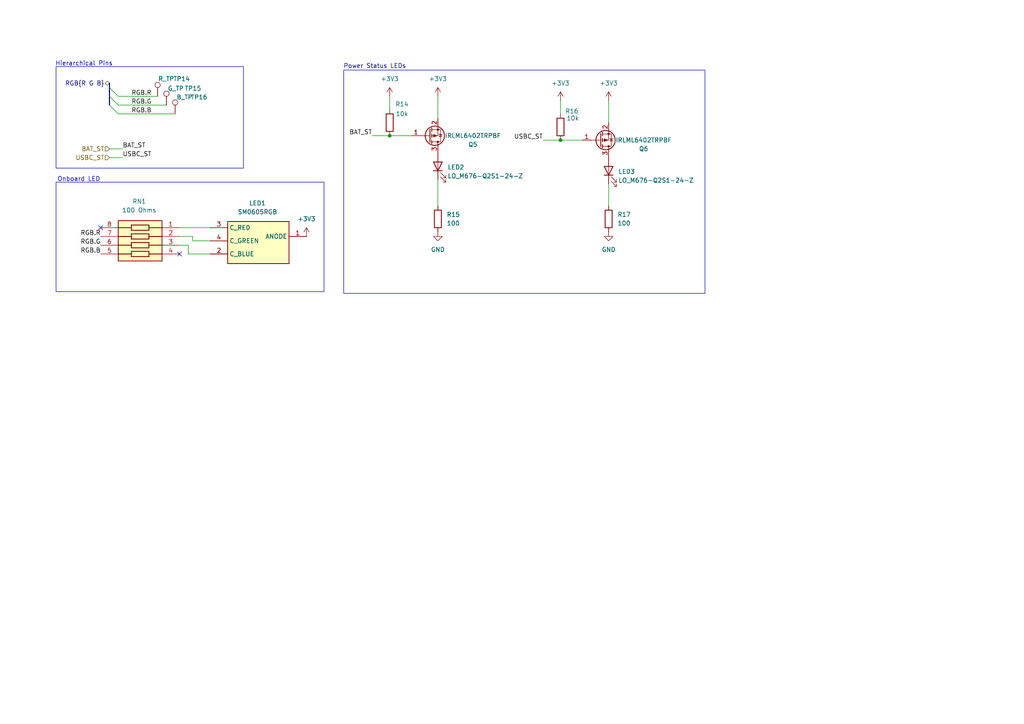
<source format=kicad_sch>
(kicad_sch (version 20250114) (generator "eeschema") (generator_version "9.0")
  (paper "A4")
  (lib_symbols
    (symbol "Connector:TestPoint" (pin_numbers (hide yes)) (pin_names (offset 0.762) (hide yes))
      (property "Reference" "TP" (at 0 6.858 0))
      (property "Value" "TestPoint" (at 0 5.08 0))
      (symbol "TestPoint_0_1"
        (circle (center 0 3.302) (radius 0.762))
      )
      (symbol "TestPoint_1_1"
        (pin passive line (at 0 0 90) (length 2.54) (name "1") (number "1"))
      )
    )
    (symbol "Device:LED" (pin_numbers (hide yes)) (pin_names (offset 1.016) (hide yes))
      (property "Reference" "D" (at 0 2.54 0))
      (property "Value" "LED" (at 0 -2.54 0))
      (symbol "LED_0_1"
        (polyline (pts (xy -3.048 -0.762) (xy -4.572 -2.286) (xy -3.81 -2.286) (xy -4.572 -2.286) (xy -4.572 -1.524)))
        (polyline (pts (xy -1.778 -0.762) (xy -3.302 -2.286) (xy -2.54 -2.286) (xy -3.302 -2.286) (xy -3.302 -1.524)))
        (polyline (pts (xy -1.27 0) (xy 1.27 0)))
        (polyline (pts (xy -1.27 -1.27) (xy -1.27 1.27)) (stroke (width 0.254)))
        (polyline (pts (xy 1.27 -1.27) (xy 1.27 1.27) (xy -1.27 0) (xy 1.27 -1.27)) (stroke (width 0.254)))
      )
      (symbol "LED_1_1"
        (pin passive line (at -3.81 0 0) (length 2.54) (name "K") (number "1"))
        (pin passive line (at 3.81 0 180) (length 2.54) (name "A") (number "2"))
      )
    )
    (symbol "Device:R" (pin_numbers (hide yes)) (pin_names (offset 0))
      (property "Reference" "R" (at 2.032 0 90))
      (property "Value" "R" (at 0 0 90))
      (symbol "R_0_1"
        (rectangle (start -1.016 -2.54) (end 1.016 2.54) (stroke (width 0.254)))
      )
      (symbol "R_1_1"
        (pin passive line (at 0 3.81 270) (length 1.27) (name "~") (number "1"))
        (pin passive line (at 0 -3.81 90) (length 1.27) (name "~") (number "2"))
      )
    )
    (symbol "SamacSys_Parts:EXB-U38101JV" (pin_names (hide yes))
      (property "Reference" "RN" (at 25.908 -2.54 0))
      (property "Value" "EXB-U38101JV" (at 25.908 -5.08 0))
      (symbol "EXB-U38101JV_1_1"
        (rectangle (start 13.208 1.27) (end 24.892 -11.43) (stroke (width 0.254)) (fill (type background)))
        (polyline (pts (xy 14.478 -2.54) (xy 14.478 -7.62)) (stroke (width 0.254)))
        (polyline (pts (xy 14.478 -2.54) (xy 16.002 -2.54)) (stroke (width 0.254)))
        (polyline (pts (xy 15.24 -2.54) (xy 15.24 1.27)) (stroke (width 0.254)))
        (polyline (pts (xy 15.24 -7.62) (xy 15.24 -11.43)) (stroke (width 0.254)))
        (polyline (pts (xy 16.002 -7.62) (xy 14.478 -7.62)) (stroke (width 0.254)))
        (polyline (pts (xy 16.002 -7.62) (xy 16.002 -2.54)) (stroke (width 0.254)))
        (polyline (pts (xy 17.018 -2.54) (xy 17.018 -7.62)) (stroke (width 0.254)))
        (polyline (pts (xy 17.018 -2.54) (xy 18.542 -2.54)) (stroke (width 0.254)))
        (polyline (pts (xy 17.78 -2.54) (xy 17.78 1.27)) (stroke (width 0.254)))
        (polyline (pts (xy 17.78 -7.62) (xy 17.78 -11.43)) (stroke (width 0.254)))
        (polyline (pts (xy 18.542 -7.62) (xy 17.018 -7.62)) (stroke (width 0.254)))
        (polyline (pts (xy 18.542 -7.62) (xy 18.542 -2.54)) (stroke (width 0.254)))
        (polyline (pts (xy 19.558 -2.54) (xy 19.558 -7.62)) (stroke (width 0.254)))
        (polyline (pts (xy 19.558 -2.54) (xy 21.082 -2.54)) (stroke (width 0.254)))
        (polyline (pts (xy 20.32 -2.54) (xy 20.32 1.27)) (stroke (width 0.254)))
        (polyline (pts (xy 20.32 -7.62) (xy 20.32 -11.43)) (stroke (width 0.254)))
        (polyline (pts (xy 21.082 -7.62) (xy 19.558 -7.62)) (stroke (width 0.254)))
        (polyline (pts (xy 21.082 -7.62) (xy 21.082 -2.54)) (stroke (width 0.254)))
        (polyline (pts (xy 22.098 -2.54) (xy 22.098 -7.62)) (stroke (width 0.254)))
        (polyline (pts (xy 22.098 -2.54) (xy 23.622 -2.54)) (stroke (width 0.254)))
        (polyline (pts (xy 22.86 -2.54) (xy 22.86 1.27)) (stroke (width 0.254)))
        (polyline (pts (xy 22.86 -7.62) (xy 22.86 -11.43)) (stroke (width 0.254)))
        (polyline (pts (xy 23.622 -7.62) (xy 22.098 -7.62)) (stroke (width 0.254)))
        (polyline (pts (xy 23.622 -7.62) (xy 23.622 -2.54)) (stroke (width 0.254)))
        (pin passive line (at 15.24 6.35 270) (length 5.08) (name "8") (number "8"))
        (pin passive line (at 15.24 -16.51 90) (length 5.08) (name "1") (number "1"))
        (pin passive line (at 17.78 6.35 270) (length 5.08) (name "7") (number "7"))
        (pin passive line (at 17.78 -16.51 90) (length 5.08) (name "2") (number "2"))
        (pin passive line (at 20.32 6.35 270) (length 5.08) (name "6") (number "6"))
        (pin passive line (at 20.32 -16.51 90) (length 5.08) (name "3") (number "3"))
        (pin passive line (at 22.86 6.35 270) (length 5.08) (name "5") (number "5"))
        (pin passive line (at 22.86 -16.51 90) (length 5.08) (name "4") (number "4"))
      )
    )
    (symbol "SamacSys_Parts:SM0605RGB"
      (property "Reference" "LED" (at 2.794 9.144 0))
      (property "Value" "SM0605RGB" (at 2.794 6.604 0))
      (symbol "SM0605RGB_1_1"
        (rectangle (start 0 -3.302) (end 17.78 -15.494) (stroke (width 0.254)) (fill (type background)))
        (pin passive line (at -5.08 -7.62 0) (length 5.08) (name "ANODE") (number "1"))
        (pin passive line (at 22.86 -5.08 180) (length 5.08) (name "C_RED") (number "3"))
        (pin passive line (at 22.86 -8.89 180) (length 5.08) (name "C_GREEN") (number "4"))
        (pin passive line (at 22.86 -12.7 180) (length 5.08) (name "C_BLUE") (number "2"))
      )
    )
    (symbol "Transistor_FET:IRLML6402" (pin_names (hide yes))
      (property "Reference" "Q" (at 5.08 1.905 0))
      (property "Value" "IRLML6402" (at 5.08 0 0))
      (symbol "IRLML6402_0_1"
        (polyline (pts (xy 0.254 1.905) (xy 0.254 -1.905)) (stroke (width 0.254)))
        (polyline (pts (xy 0.254 0) (xy -2.54 0)))
        (polyline (pts (xy 0.762 2.286) (xy 0.762 1.27)) (stroke (width 0.254)))
        (polyline (pts (xy 0.762 1.778) (xy 3.302 1.778) (xy 3.302 -1.778) (xy 0.762 -1.778)))
        (polyline (pts (xy 0.762 0.508) (xy 0.762 -0.508)) (stroke (width 0.254)))
        (polyline (pts (xy 0.762 -1.27) (xy 0.762 -2.286)) (stroke (width 0.254)))
        (circle (center 1.651 0) (radius 2.794) (stroke (width 0.254)))
        (polyline (pts (xy 2.286 0) (xy 1.27 0.381) (xy 1.27 -0.381) (xy 2.286 0)) (fill (type outline)))
        (polyline (pts (xy 2.54 2.54) (xy 2.54 1.778)))
        (circle (center 2.54 1.778) (radius 0.254) (fill (type outline)))
        (circle (center 2.54 -1.778) (radius 0.254) (fill (type outline)))
        (polyline (pts (xy 2.54 -2.54) (xy 2.54 0) (xy 0.762 0)))
        (polyline (pts (xy 2.794 -0.508) (xy 2.921 -0.381) (xy 3.683 -0.381) (xy 3.81 -0.254)))
        (polyline (pts (xy 3.302 -0.381) (xy 2.921 0.254) (xy 3.683 0.254) (xy 3.302 -0.381)))
      )
      (symbol "IRLML6402_1_1"
        (pin input line (at -5.08 0 0) (length 2.54) (name "G") (number "1"))
        (pin passive line (at 2.54 5.08 270) (length 2.54) (name "D") (number "3"))
        (pin passive line (at 2.54 -5.08 90) (length 2.54) (name "S") (number "2"))
      )
    )
    (symbol "power:+3V3" (power) (pin_numbers (hide yes)) (pin_names (offset 0) (hide yes))
      (property "Value" "+3V3" (at 0 3.556 0))
      (symbol "+3V3_0_1"
        (polyline (pts (xy -0.762 1.27) (xy 0 2.54)))
        (polyline (pts (xy 0 2.54) (xy 0.762 1.27)))
        (polyline (pts (xy 0 0) (xy 0 2.54)))
      )
      (symbol "+3V3_1_1"
        (pin power_in line (at 0 0 90) (length 0) (name "~") (number "1"))
      )
    )
    (symbol "power:GND" (power) (pin_numbers (hide yes)) (pin_names (offset 0) (hide yes))
      (property "Value" "GND" (at 0 -3.81 0))
      (symbol "GND_0_1"
        (polyline (pts (xy 0 0) (xy 0 -1.27) (xy 1.27 -1.27) (xy 0 -2.54) (xy -1.27 -1.27) (xy 0 -1.27)))
      )
      (symbol "GND_1_1"
        (pin power_in line (at 0 0 270) (length 0) (name "~") (number "1"))
      )
    )
  )
  (rectangle (start 16.256 52.832) (end 93.98 84.582))
  (rectangle (start 16.256 19.304) (end 70.612 48.768))
  (rectangle (start 99.695 20.32) (end 204.47 85.09))
  (text "Onboard LED" (at 22.86 52.07 0) (effects (font (size 1.27 1.27))))
  (text "Hierarchical Pins" (at 24.384 18.542 0) (effects (font (size 1.27 1.27))))
  (text "Power Status LEDs" (at 108.712 19.304 0) (effects (font (size 1.27 1.27))))
  (junction (at 113.03 39.37))
  (junction (at 162.56 40.64))
  (no_connect (at 29.21 66.04))
  (no_connect (at 52.07 73.66))
  (bus_entry (at 31.75 25.4) (size 2.54 2.54))
  (bus_entry (at 31.75 27.94) (size 2.54 2.54))
  (bus_entry (at 31.75 30.48) (size 2.54 2.54))
  (wire (pts (xy 31.75 43.18) (xy 35.56 43.18)))
  (wire (pts (xy 34.29 27.94) (xy 45.72 27.94)))
  (wire (pts (xy 60.96 69.85) (xy 55.88 69.85)))
  (wire (pts (xy 176.53 29.21) (xy 176.53 35.56)))
  (wire (pts (xy 113.03 39.37) (xy 119.38 39.37)))
  (wire (pts (xy 113.03 27.94) (xy 113.03 31.75)))
  (wire (pts (xy 34.29 33.02) (xy 50.8 33.02)))
  (wire (pts (xy 162.56 29.21) (xy 162.56 33.02)))
  (bus (pts (xy 31.75 25.4) (xy 31.75 27.94)))
  (wire (pts (xy 127 52.07) (xy 127 59.69)))
  (wire (pts (xy 55.88 69.85) (xy 55.88 68.58)))
  (wire (pts (xy 54.61 73.66) (xy 54.61 71.12)))
  (wire (pts (xy 162.56 40.64) (xy 168.91 40.64)))
  (wire (pts (xy 60.96 66.04) (xy 52.07 66.04)))
  (wire (pts (xy 176.53 53.34) (xy 176.53 59.69)))
  (wire (pts (xy 34.29 30.48) (xy 48.26 30.48)))
  (bus (pts (xy 31.75 24.13) (xy 31.75 25.4)))
  (wire (pts (xy 54.61 71.12) (xy 52.07 71.12)))
  (wire (pts (xy 31.75 45.72) (xy 35.56 45.72)))
  (wire (pts (xy 107.95 39.37) (xy 113.03 39.37)))
  (wire (pts (xy 55.88 68.58) (xy 52.07 68.58)))
  (wire (pts (xy 127 27.94) (xy 127 34.29)))
  (wire (pts (xy 60.96 73.66) (xy 54.61 73.66)))
  (bus (pts (xy 31.75 27.94) (xy 31.75 30.48)))
  (wire (pts (xy 157.48 40.64) (xy 162.56 40.64)))
  (label "USBC_ST" (at 35.56 45.72 0))
  (label "BAT_ST" (at 107.95 39.37 180))
  (label "USBC_ST" (at 157.48 40.64 180))
  (label "RGB.R" (at 38.1 27.94 0))
  (label "RGB.G" (at 38.1 30.48 0))
  (label "RGB.B" (at 29.21 73.66 180))
  (label "BAT_ST" (at 35.56 43.18 0))
  (label "RGB.R" (at 29.21 68.58 180))
  (label "RGB.G" (at 29.21 71.12 180))
  (label "RGB.B" (at 38.1 33.02 0))
  (hierarchical_label "USBC_ST" (shape input) (at 31.75 45.72 180))
  (hierarchical_label "BAT_ST" (shape input) (at 31.75 43.18 180))
  (hierarchical_label "RGB{R G B}" (shape bidirectional) (at 31.75 24.13 180))
  (symbol (lib_id "Connector:TestPoint") (at 45.72 27.94 0) (mirror y) (unit 1)
    (property "Reference" "TP14" (at 55.118 22.86 0) (effects (justify left)))
    (property "Value" "R_TP" (at 50.546 22.86 0) (effects (justify left)))
    (property "Footprint" "SamacSys_Parts:TestPoint_Pad_1.0x1.0mm" (effects (hide yes)))
    (property "Description" "test point" (effects (hide yes)))
  )
  (symbol (lib_id "SamacSys_Parts:SM0605RGB") (at 83.82 60.96 0) (mirror y) (unit 1)
    (property "Reference" "LED1" (at 74.676 58.928 0))
    (property "Value" "SM0605RGB" (at 74.676 61.468 0))
    (property "Footprint" "SamacSys_Parts:SM0605RGB" (effects (hide yes)))
    (property "Datasheet" "https://www.mouser.cn/ProductDetail/Bivar/SM0605RGB?qs=pfd5qewlna4PrJ6da7Zedg%3D%3D&_gl=1*172wkc4*_ga*MTQ5NDIzOTU3Ni4xNzIxODg5NTg2*_ga_15W4STQT4T*MTcyMzUyMjQ4OS4yLjEuMTcyMzUyMjg5Mi41NS4wLjA." (effects (hide yes)))
    (property "Description" "SM0605RGB, Bivar 470 nm, 525 nm, 635 nm 3 RGB LED, 4-Pin 0605 Clear SMD package" (effects (hide yes)))
    (property "Height" "0.6" (effects (hide yes)))
    (property "Mouser Part Number" "749-SM0605TCRGB" (effects (hide yes)))
    (property "Mouser Price/Stock" "https://www.mouser.co.uk/ProductDetail/Bivar/SM0605RGB?qs=pfd5qewlna4PrJ6da7Zedg%3D%3D" (effects (hide yes)))
    (property "Manufacturer_Name" "Bivar" (effects (hide yes)))
    (property "Manufacturer_Part_Number" "SM0605RGB" (effects (hide yes)))
  )
  (symbol (lib_id "Device:R") (at 162.56 36.83 180) (unit 1)
    (property "Reference" "R16" (at 165.862 32.258 0))
    (property "Value" "10k" (at 166.116 34.29 0))
    (property "Footprint" "SamacSys_Parts:RESC2012X60N" (effects (hide yes)))
    (property "Datasheet" "https://componentsearchengine.com/Datasheets/2/ASC0805-10KFT5.pdf" (effects (hide yes)))
    (property "Description" "WELWYN - ASC0805-10KFT5 - RESISTOR, ANTI SULPHUR, 10K, 0.125W, 1%" (effects (hide yes)))
    (property "Manufacturer_Name" "TT Electronics" (effects (hide yes)))
    (property "Manufacturer_Part_Number" "ASC0805-10KFT5" (effects (hide yes)))
    (property "Mouser Part Number" "756-ASC0805-10KFT5" (effects (hide yes)))
    (property "Mouser Price/Stock" "https://www.mouser.co.uk/ProductDetail/Welwyn-Components-TT-Electronics/ASC0805-10KFT5?qs=69TQa8YF5Y7dvxAm%2FqWqSQ%3D%3D" (effects (hide yes)))
    (property "Height" "0.6" (effects (hide yes)))
  )
  (symbol (lib_id "Transistor_FET:IRLML6402") (at 173.99 40.64 0) (mirror x) (unit 1)
    (property "Reference" "Q6" (at 186.69 43.18 0))
    (property "Value" "IRLML6402TRPBF" (at 186.69 40.64 0))
    (property "Footprint" "Package_TO_SOT_SMD:SOT-23" (effects (hide yes)))
    (property "Datasheet" "https://www.infineon.com/dgdl/irlml6402pbf.pdf?fileId=5546d462533600a401535668d5c2263c" (effects (hide yes)))
    (property "Description" "-3.7A Id, -20V Vds, 65mOhm Rds, P-Channel HEXFET Power MOSFET, SOT-23" (effects (hide yes)))
    (property "Height" "1.12" (effects (hide yes)))
    (property "Mouser Part Number" "942-IRLML6402TRPBF" (effects (hide yes)))
    (property "Mouser Price/Stock" "https://www.mouser.co.uk/ProductDetail/Infineon-Technologies/IRLML6402TRPBF?qs=9%252BKlkBgLFf0HuZuONx2Ewg%3D%3D" (effects (hide yes)))
    (property "Manufacturer_Name" "Infineon" (effects (hide yes)))
    (property "Manufacturer_Part_Number" "IRLML6402TRPBF" (effects (hide yes)))
  )
  (symbol (lib_id "power:GND") (at 176.53 67.31 0) (unit 1)
    (property "Reference" "#PWR068" (effects (hide yes)))
    (property "Value" "GND" (at 176.53 72.39 0))
    (property "Description" "Power symbol creates a global label with name \"GND\" , ground" (effects (hide yes)))
  )
  (symbol (lib_id "Device:R") (at 176.53 63.5 0) (unit 1)
    (property "Reference" "R17" (at 179.07 62.2299 0) (effects (justify left)))
    (property "Value" "100" (at 179.07 64.7699 0) (effects (justify left)))
    (property "Footprint" "SamacSys_Parts:RESC1608X55N" (effects (hide yes)))
    (property "Datasheet" "https://componentsearchengine.com//ESR03EZPF1000.pdf" (effects (hide yes)))
    (property "Description" "Thick Film Resistors - SMD 0603 100ohm 1% Anti Surge AEC-Q200" (effects (hide yes)))
    (property "Height" "0.55" (effects (hide yes)))
    (property "Mouser Part Number" "755-ESR03EZPF1000" (effects (hide yes)))
    (property "Mouser Price/Stock" "https://www.mouser.co.uk/ProductDetail/ROHM-Semiconductor/ESR03EZPF1000?qs=493kPxzlxfJdLkJZpX4ByA%3D%3D" (effects (hide yes)))
    (property "Manufacturer_Name" "ROHM Semiconductor" (effects (hide yes)))
    (property "Manufacturer_Part_Number" "ESR03EZPF1000" (effects (hide yes)))
  )
  (symbol (lib_id "power:+3V3") (at 88.9 68.58 0) (mirror y) (unit 1)
    (property "Reference" "#PWR062" (effects (hide yes)))
    (property "Value" "+3V3" (at 88.9 63.5 0))
    (property "Description" "Power symbol creates a global label with name \"+3V3\"" (effects (hide yes)))
  )
  (symbol (lib_id "Device:LED") (at 176.53 49.53 90) (unit 1)
    (property "Reference" "LED3" (at 179.324 49.784 90) (effects (justify right)))
    (property "Value" "LO_M676-Q2S1-24-Z" (at 179.324 52.324 90) (effects (justify right)))
    (property "Footprint" "SamacSys_Parts:LEDM2214X140N" (effects (hide yes)))
    (property "Description" "Light emitting diode" (effects (hide yes)))
    (property "Height" "1.4" (effects (hide yes)))
    (property "Mouser Part Number" "720-LOM676Q2S124Z" (effects (hide yes)))
    (property "Mouser Price/Stock" "https://www.mouser.co.uk/ProductDetail/OSRAM-Opto-Semiconductors/LO-M676-Q2S1-24-Z?qs=nTDll3UaDK6JlNmxoQCpEQ%3D%3D" (effects (hide yes)))
    (property "Manufacturer_Name" "ams OSRAM" (effects (hide yes)))
    (property "Manufacturer_Part_Number" "LO M676-Q2S1-24-Z" (effects (hide yes)))
    (property "Sim.Pins" "1=K 2=A" (effects (hide yes)))
  )
  (symbol (lib_id "Transistor_FET:IRLML6402") (at 124.46 39.37 0) (mirror x) (unit 1)
    (property "Reference" "Q5" (at 137.16 41.91 0))
    (property "Value" "IRLML6402TRPBF" (at 137.16 39.37 0))
    (property "Footprint" "Package_TO_SOT_SMD:SOT-23" (effects (hide yes)))
    (property "Datasheet" "https://www.infineon.com/dgdl/irlml6402pbf.pdf?fileId=5546d462533600a401535668d5c2263c" (effects (hide yes)))
    (property "Description" "-3.7A Id, -20V Vds, 65mOhm Rds, P-Channel HEXFET Power MOSFET, SOT-23" (effects (hide yes)))
    (property "Height" "1.12" (effects (hide yes)))
    (property "Mouser Part Number" "942-IRLML6402TRPBF" (effects (hide yes)))
    (property "Mouser Price/Stock" "https://www.mouser.co.uk/ProductDetail/Infineon-Technologies/IRLML6402TRPBF?qs=9%252BKlkBgLFf0HuZuONx2Ewg%3D%3D" (effects (hide yes)))
    (property "Manufacturer_Name" "Infineon" (effects (hide yes)))
    (property "Manufacturer_Part_Number" "IRLML6402TRPBF" (effects (hide yes)))
  )
  (symbol (lib_id "power:GND") (at 127 67.31 0) (unit 1)
    (property "Reference" "#PWR065" (effects (hide yes)))
    (property "Value" "GND" (at 127 72.39 0))
    (property "Description" "Power symbol creates a global label with name \"GND\" , ground" (effects (hide yes)))
  )
  (symbol (lib_id "Device:LED") (at 127 48.26 90) (unit 1)
    (property "Reference" "LED2" (at 129.794 48.514 90) (effects (justify right)))
    (property "Value" "LO_M676-Q2S1-24-Z" (at 129.794 51.054 90) (effects (justify right)))
    (property "Footprint" "SamacSys_Parts:LEDM2214X140N" (effects (hide yes)))
    (property "Description" "Light emitting diode" (effects (hide yes)))
    (property "Height" "1.4" (effects (hide yes)))
    (property "Mouser Part Number" "720-LOM676Q2S124Z" (effects (hide yes)))
    (property "Mouser Price/Stock" "https://www.mouser.co.uk/ProductDetail/OSRAM-Opto-Semiconductors/LO-M676-Q2S1-24-Z?qs=nTDll3UaDK6JlNmxoQCpEQ%3D%3D" (effects (hide yes)))
    (property "Manufacturer_Name" "ams OSRAM" (effects (hide yes)))
    (property "Manufacturer_Part_Number" "LO M676-Q2S1-24-Z" (effects (hide yes)))
    (property "Sim.Pins" "1=K 2=A" (effects (hide yes)))
  )
  (symbol (lib_id "Device:R") (at 113.03 35.56 180) (unit 1)
    (property "Reference" "R14" (at 116.586 30.226 0))
    (property "Value" "10k" (at 116.586 33.02 0))
    (property "Footprint" "SamacSys_Parts:RESC2012X60N" (effects (hide yes)))
    (property "Datasheet" "https://componentsearchengine.com/Datasheets/2/ASC0805-10KFT5.pdf" (effects (hide yes)))
    (property "Description" "WELWYN - ASC0805-10KFT5 - RESISTOR, ANTI SULPHUR, 10K, 0.125W, 1%" (effects (hide yes)))
    (property "Manufacturer_Name" "TT Electronics" (effects (hide yes)))
    (property "Manufacturer_Part_Number" "ASC0805-10KFT5" (effects (hide yes)))
    (property "Mouser Part Number" "756-ASC0805-10KFT5" (effects (hide yes)))
    (property "Mouser Price/Stock" "https://www.mouser.co.uk/ProductDetail/Welwyn-Components-TT-Electronics/ASC0805-10KFT5?qs=69TQa8YF5Y7dvxAm%2FqWqSQ%3D%3D" (effects (hide yes)))
    (property "Height" "0.6" (effects (hide yes)))
  )
  (symbol (lib_id "power:+3V3") (at 113.03 27.94 0) (unit 1)
    (property "Reference" "#PWR063" (effects (hide yes)))
    (property "Value" "+3V3" (at 113.03 22.86 0))
    (property "Description" "Power symbol creates a global label with name \"+3V3\"" (effects (hide yes)))
  )
  (symbol (lib_id "Connector:TestPoint") (at 48.26 30.48 0) (mirror y) (unit 1)
    (property "Reference" "TP15" (at 58.42 25.654 0) (effects (justify left)))
    (property "Value" "G_TP" (at 53.34 25.654 0) (effects (justify left)))
    (property "Footprint" "SamacSys_Parts:TestPoint_Pad_1.0x1.0mm" (effects (hide yes)))
    (property "Description" "test point" (effects (hide yes)))
  )
  (symbol (lib_id "power:+3V3") (at 127 27.94 0) (unit 1)
    (property "Reference" "#PWR064" (effects (hide yes)))
    (property "Value" "+3V3" (at 127 22.86 0))
    (property "Description" "Power symbol creates a global label with name \"+3V3\"" (effects (hide yes)))
  )
  (symbol (lib_id "Device:R") (at 127 63.5 0) (unit 1)
    (property "Reference" "R15" (at 129.54 62.2299 0) (effects (justify left)))
    (property "Value" "100" (at 129.54 64.7699 0) (effects (justify left)))
    (property "Footprint" "SamacSys_Parts:RESC1608X55N" (effects (hide yes)))
    (property "Datasheet" "https://componentsearchengine.com//ESR03EZPF1000.pdf" (effects (hide yes)))
    (property "Description" "Thick Film Resistors - SMD 0603 100ohm 1% Anti Surge AEC-Q200" (effects (hide yes)))
    (property "Height" "0.55" (effects (hide yes)))
    (property "Mouser Part Number" "755-ESR03EZPF1000" (effects (hide yes)))
    (property "Mouser Price/Stock" "https://www.mouser.co.uk/ProductDetail/ROHM-Semiconductor/ESR03EZPF1000?qs=493kPxzlxfJdLkJZpX4ByA%3D%3D" (effects (hide yes)))
    (property "Manufacturer_Name" "ROHM Semiconductor" (effects (hide yes)))
    (property "Manufacturer_Part_Number" "ESR03EZPF1000" (effects (hide yes)))
  )
  (symbol (lib_id "power:+3V3") (at 176.53 29.21 0) (unit 1)
    (property "Reference" "#PWR067" (effects (hide yes)))
    (property "Value" "+3V3" (at 176.53 24.13 0))
    (property "Description" "Power symbol creates a global label with name \"+3V3\"" (effects (hide yes)))
  )
  (symbol (lib_id "SamacSys_Parts:EXB-U38101JV") (at 35.56 50.8 90) (mirror x) (unit 1)
    (property "Reference" "RN1" (at 40.386 58.42 90))
    (property "Value" "100 Ohms" (at 40.386 60.96 90))
    (property "Footprint" "SamacSys_Parts:EXBU38" (effects (hide yes)))
    (property "Datasheet" "https://industrial.panasonic.com/cdbs/www-data/pdf/AOC0000/AOC0000C20.pdf" (effects (hide yes)))
    (property "Description" "Series/Type: Anti-Sulfurated Chip Resistor Array, Power Rating (W): 0.063, Chip Size (LxW) (mm): 3.2 X 1.6, Resistance Values (): 100, Resistance Tolerance (%): 5, Terminal Pitch (mm): 0.8, Type of Circuit: Isolated Circuit, Number of Elements (piece): 4, T.C.R (10/K): +/-200, Number of Terminals (piece): 8" (effects (hide yes)))
    (property "Mouser Part Number" "667-EXB-U38101JV" (effects (hide yes)))
    (property "Mouser Price/Stock" "https://www.mouser.co.uk/ProductDetail/Panasonic/EXB-U38101JV?qs=Z3CaLxJiOJJ7wE5VDXJYWA%3D%3D" (effects (hide yes)))
    (property "Manufacturer_Name" "Panasonic" (effects (hide yes)))
    (property "Manufacturer_Part_Number" "EXB-U38101JV" (effects (hide yes)))
  )
  (symbol (lib_id "power:+3V3") (at 162.56 29.21 0) (unit 1)
    (property "Reference" "#PWR066" (effects (hide yes)))
    (property "Value" "+3V3" (at 162.56 24.13 0))
    (property "Description" "Power symbol creates a global label with name \"+3V3\"" (effects (hide yes)))
  )
  (symbol (lib_id "Connector:TestPoint") (at 50.8 33.02 0) (mirror y) (unit 1)
    (property "Reference" "TP16" (at 60.198 28.194 0) (effects (justify left)))
    (property "Value" "B_TP" (at 55.88 28.194 0) (effects (justify left)))
    (property "Footprint" "SamacSys_Parts:TestPoint_Pad_1.0x1.0mm" (effects (hide yes)))
    (property "Description" "test point" (effects (hide yes)))
  )
)
</source>
